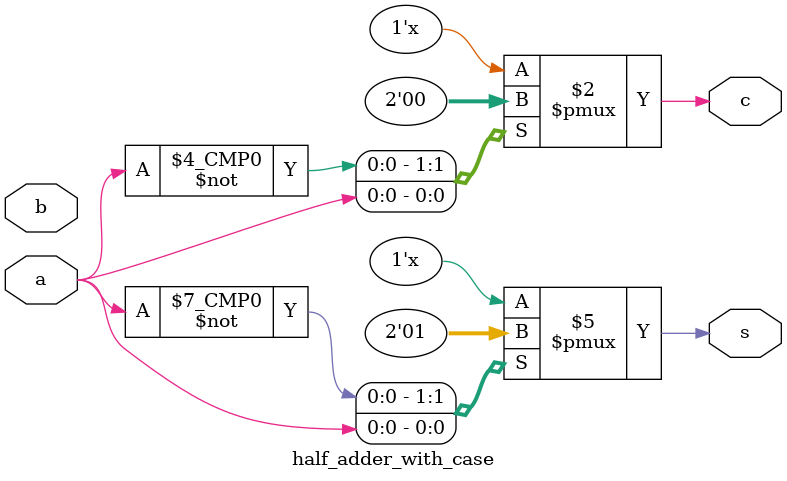
<source format=v>
`timescale 1ns / 1ps


module half_adder_with_case(a, b, c, s);

  input a, b;
  output c, s;

  reg c, s;

  always @(a)
  case(a)
  2'b00 : begin 
  s = 0;
  c = 0;
  end
  2'b01 : begin 
  s = 1;
  c = 0;
  end
  2'b10 : begin
  s = 1;
  c = 0;
  end
  2'b11 : begin
  s = 0;
  c = 1;
  end
  endcase
  endmodule
</source>
